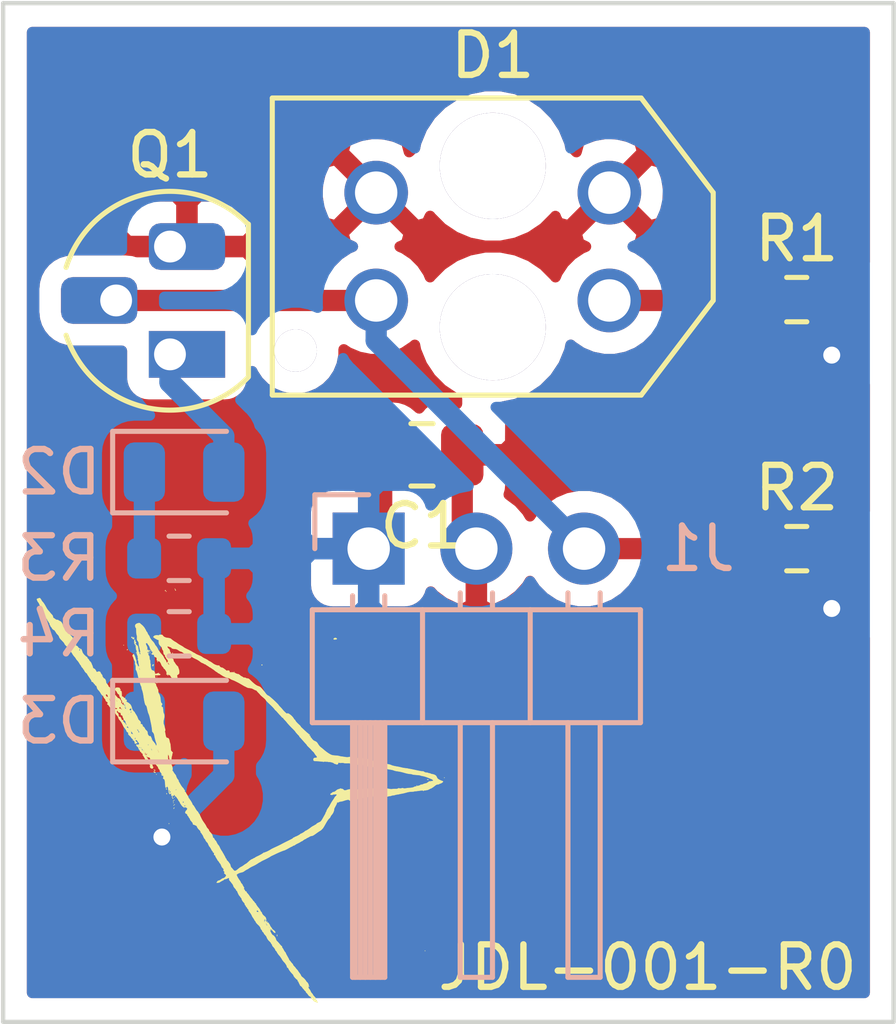
<source format=kicad_pcb>
(kicad_pcb (version 20171130) (host pcbnew 5.1.9-73d0e3b20d~88~ubuntu20.04.1)
  (layers (0 F.Cu signal) (31 B.Cu signal) (34 B.Paste user) (35 F.Paste user) (36 B.SilkS user) (37 F.SilkS user) (38 B.Mask user) (39 F.Mask user) (44 Edge.Cuts user))
  (net 0 "")
  (net 1 GND)
  (net 2 "Net-(D1-Pad4)")
  (net 3 SENSOR_OUTPUT)
  (net 4 "Net-(D2-Pad2)")
  (net 5 "Net-(D2-Pad1)")
  (net 6 "Net-(D3-Pad1)")
  (net 7 VCC)
  (module graphics:jaybird-logo-small (layer F.Cu) (at -4.9276 6.8072)
    (fp_text reference G*** hide)
    (fp_text value LOGO hide)
  )
  (module Resistor_SMD:R_0603_1608Metric (layer B.Cu) (at -6.3495 2.8575)
    (fp_text reference R4 (at -2.8348 0.0046) (layer B.SilkS) (effects (justify mirror)))
    (fp_text value 330)
    (pad 2 smd roundrect (at 0.825 0) (size 0.8 0.95) (layers B.Cu B.Paste B.Mask) (net 1 GND))
    (pad 1 smd roundrect (at -0.825 0) (size 0.8 0.95) (layers B.Cu B.Paste B.Mask) (net 6 "Net-(D3-Pad1)"))
  )
  (module Resistor_SMD:R_0603_1608Metric (layer B.Cu) (at -6.3505 1.0795)
    (fp_text reference R3 (at -2.8348 0) (layer B.SilkS) (effects (justify mirror)))
    (fp_text value 330)
    (pad 2 smd roundrect (at 0.825 0) (size 0.8 0.95) (layers B.Cu B.Paste B.Mask) (net 1 GND))
    (pad 1 smd roundrect (at -0.825 0) (size 0.8 0.95) (layers B.Cu B.Paste B.Mask) (net 5 "Net-(D2-Pad1)"))
  )
  (module Resistor_SMD:R_0603_1608Metric (layer F.Cu) (at 8.2169 0.8509)
    (fp_text reference R2 (at 0 -1.43) (layer F.SilkS))
    (fp_text value 10k)
    (pad 2 smd roundrect (at 0.825 0) (size 0.8 0.95) (layers F.Cu F.Paste F.Mask) (net 1 GND))
    (pad 1 smd roundrect (at -0.825 0) (size 0.8 0.95) (layers F.Cu F.Paste F.Mask) (net 3 SENSOR_OUTPUT))
  )
  (module Resistor_SMD:R_0603_1608Metric (layer F.Cu) (at 8.2169 -5.0165)
    (fp_text reference R1 (at 0 -1.43) (layer F.SilkS))
    (fp_text value 100)
    (pad 2 smd roundrect (at 0.825 0) (size 0.8 0.95) (layers F.Cu F.Paste F.Mask) (net 1 GND))
    (pad 1 smd roundrect (at -0.825 0) (size 0.8 0.95) (layers F.Cu F.Paste F.Mask) (net 2 "Net-(D1-Pad4)"))
  )
  (module Package_TO_SOT_THT:TO-92_HandSolder (layer F.Cu) (at -6.5659 -3.7261 90)
    (fp_text reference Q1 (at 4.694 0 180) (layer F.SilkS))
    (fp_text value 2N2222)
    (pad 1 thru_hole rect (at 0 0 90) (size 1.1 1.8) (drill 0.75 (offset 0 0.4)) (layers *.Cu *.Mask) (net 4 "Net-(D2-Pad2)"))
    (pad 3 thru_hole roundrect (at 2.54 0 90) (size 1.1 1.8) (drill 0.75 (offset 0 0.4)) (layers *.Cu *.Mask) (net 7 VCC))
    (pad 2 thru_hole roundrect (at 1.27 -1.27 90) (size 1.1 1.8) (drill 0.75 (offset 0 -0.4)) (layers *.Cu *.Mask) (net 3 SENSOR_OUTPUT))
  )
  (module Connector_PinHeader_2.54mm:PinHeader_1x03_P2.54mm_Horizontal (layer B.Cu) (at -1.8796 0.8509 270)
    (fp_text reference J1 (at 0 -7.7724 180) (layer B.SilkS) (effects (justify mirror)))
    (fp_text value J1)
    (pad 3 thru_hole oval (at 0 -5.08 270) (size 1.7 1.7) (drill 1) (layers *.Cu *.Mask) (net 3 SENSOR_OUTPUT))
    (pad 2 thru_hole oval (at 0 -2.54 270) (size 1.7 1.7) (drill 1) (layers *.Cu *.Mask) (net 7 VCC))
    (pad 1 thru_hole rect (at 0 0 270) (size 1.7 1.7) (drill 1) (layers *.Cu *.Mask) (net 1 GND))
  )
  (module LED_SMD:LED_0805_2012Metric (layer B.Cu) (at -6.2334 4.9149)
    (fp_text reference D3 (at -2.9464 0) (layer B.SilkS) (effects (justify mirror)))
    (fp_text value BLUE)
    (pad 2 smd roundrect (at 0.9375 0) (size 0.975 1.4) (layers B.Cu B.Paste B.Mask) (net 7 VCC))
    (pad 1 smd roundrect (at -0.9375 0) (size 0.975 1.4) (layers B.Cu B.Paste B.Mask) (net 6 "Net-(D3-Pad1)"))
  )
  (module LED_SMD:LED_0805_2012Metric (layer B.Cu) (at -6.2334 -0.9525)
    (fp_text reference D2 (at -2.9464 0) (layer B.SilkS) (effects (justify mirror)))
    (fp_text value GREEN)
    (pad 2 smd roundrect (at 0.9375 0) (size 0.975 1.4) (layers B.Cu B.Paste B.Mask) (net 4 "Net-(D2-Pad2)"))
    (pad 1 smd roundrect (at -0.9375 0) (size 0.975 1.4) (layers B.Cu B.Paste B.Mask) (net 5 "Net-(D2-Pad1)"))
  )
  (module vishay:tcrt5000 (layer F.Cu) (at 1.0473 -6.2661)
    (fp_text reference D1 (at 0 -4.5) (layer F.SilkS))
    (fp_text value TCRT5000)
    (pad 7 thru_hole circle (at -4.65 2.45) (size 1 1) (drill 1) (layers *.Cu *.Mask))
    (pad 6 thru_hole circle (at 0 1.9) (size 2.5 2.5) (drill 2.5) (layers *.Cu *.Mask))
    (pad 5 thru_hole circle (at 0 -1.9) (size 2.5 2.5) (drill 2.5) (layers *.Cu *.Mask))
    (pad 4 thru_hole circle (at 2.75 1.27) (size 1.5 1.5) (drill 1) (layers *.Cu *.Mask) (net 2 "Net-(D1-Pad4)"))
    (pad 3 thru_hole circle (at -2.75 1.27) (size 1.5 1.5) (drill 1) (layers *.Cu *.Mask) (net 3 SENSOR_OUTPUT))
    (pad 2 thru_hole circle (at 2.75 -1.27) (size 1.5 1.5) (drill 1) (layers *.Cu *.Mask) (net 7 VCC))
    (pad 1 thru_hole circle (at -2.75 -1.27) (size 1.5 1.5) (drill 1) (layers *.Cu *.Mask) (net 7 VCC))
  )
  (module Capacitor_SMD:C_0805_2012Metric (layer F.Cu) (at -0.6223 -1.3589 180)
    (fp_text reference C1 (at 0 -1.68) (layer F.SilkS))
    (fp_text value 0.1uF)
    (pad 2 smd roundrect (at 0.95 0 180) (size 1 1.45) (layers F.Cu F.Paste F.Mask) (net 1 GND))
    (pad 1 smd roundrect (at -0.95 0 180) (size 1 1.45) (layers F.Cu F.Paste F.Mask) (net 7 VCC))
  )
  (gr_text JDL-001-R0 (at 4.699 10.7188) (layer F.SilkS) (effects (font (size 1 1))))
  (gr_line (start -10.5 -12) (end -10.5 12) (layer Edge.Cuts) (width 0.1))
  (gr_line (start 10.5 -12) (end -10.5 -12) (layer Edge.Cuts) (width 0.1))
  (gr_line (start 10.5 12) (end 10.5 -12) (layer Edge.Cuts) (width 0.1))
  (gr_line (start 10.5 12) (end -10.5 12) (layer Edge.Cuts) (width 0.1))
  (segment (start -1.5723 0.5436) (end -1.8796 0.8509) (width 0.5) (layer F.Cu) (net 1))
  (segment (start -1.5723 -1.3589) (end -1.5723 0.5436) (width 0.5) (layer F.Cu) (net 1))
  (via (at 9.0424 -3.7084) (size 0.8) (drill 0.4) (layers F.Cu B.Cu) (net 1))
  (segment (start 9.0419 -3.7089) (end 9.0424 -3.7084) (width 0.5) (layer F.Cu) (net 1))
  (segment (start 9.0419 -5.0165) (end 9.0419 -3.7089) (width 0.5) (layer F.Cu) (net 1))
  (via (at 9.0424 2.2606) (size 0.8) (drill 0.4) (layers F.Cu B.Cu) (net 1))
  (segment (start 9.0419 2.2601) (end 9.0424 2.2606) (width 0.5) (layer F.Cu) (net 1))
  (segment (start 9.0419 0.8509) (end 9.0419 2.2601) (width 0.5) (layer F.Cu) (net 1))
  (segment (start 7.3715 -4.9961) (end 7.3919 -5.0165) (width 0.5) (layer F.Cu) (net 2))
  (segment (start 3.7973 -4.9961) (end 7.3715 -4.9961) (width 0.5) (layer F.Cu) (net 2))
  (segment (start -7.8359 -4.9961) (end -1.7027 -4.9961) (width 0.5) (layer F.Cu) (net 3))
  (segment (start -1.7027 -4.0522) (end 3.2004 0.8509) (width 0.5) (layer B.Cu) (net 3))
  (segment (start -1.7027 -4.9961) (end -1.7027 -4.0522) (width 0.5) (layer B.Cu) (net 3))
  (segment (start 7.3919 0.8509) (end 3.2004 0.8509) (width 0.5) (layer F.Cu) (net 3))
  (segment (start -5.2959 -0.9525) (end -5.2959 -1.7959) (width 0.5) (layer B.Cu) (net 4))
  (segment (start -6.5659 -3.0659) (end -6.5659 -3.7261) (width 0.5) (layer B.Cu) (net 4))
  (segment (start -5.2959 -1.7959) (end -6.5659 -3.0659) (width 0.5) (layer B.Cu) (net 4))
  (segment (start -7.1709 1.0749) (end -7.1755 1.0795) (width 0.5) (layer B.Cu) (net 5))
  (segment (start -7.1709 -0.9525) (end -7.1709 1.0749) (width 0.5) (layer B.Cu) (net 5))
  (segment (start -7.1745 4.9113) (end -7.1709 4.9149) (width 0.5) (layer B.Cu) (net 6))
  (segment (start -7.1745 2.8575) (end -7.1745 4.9113) (width 0.5) (layer B.Cu) (net 6))
  (segment (start 0.3277 0.5182) (end 0.6604 0.8509) (width 0.5) (layer F.Cu) (net 7))
  (segment (start 0.3277 -1.3589) (end 0.3277 0.5182) (width 0.5) (layer F.Cu) (net 7))
  (via (at -6.7564 7.6454) (size 0.8) (drill 0.4) (layers F.Cu B.Cu) (net 7))
  (segment (start -5.2959 6.1849) (end -6.7564 7.6454) (width 0.5) (layer B.Cu) (net 7))
  (segment (start -5.2959 4.9149) (end -5.2959 6.1849) (width 0.5) (layer B.Cu) (net 7))
  (zone (net 7) (net_name VCC) (layer F.Cu) (connect_pads (clearance 0.508)) (min_thickness 0.254) (fill yes (arc_segments 32) (thermal_gap 0.508) (thermal_bridge_width 0.508))
    (polygon (pts (xy 10.5 12) (xy -10.5 12) (xy -10.5 -12) (xy 10.5 -12)))
  )
  (zone (net 1) (net_name GND) (layer B.Cu) (connect_pads (clearance 0.508)) (min_thickness 0.254) (fill yes (arc_segments 32) (thermal_gap 0.508) (thermal_bridge_width 0.508))
    (polygon (pts (xy 10.5 12) (xy -10.5 12) (xy -10.5 -12) (xy 10.5 -12)))
  )
)
</source>
